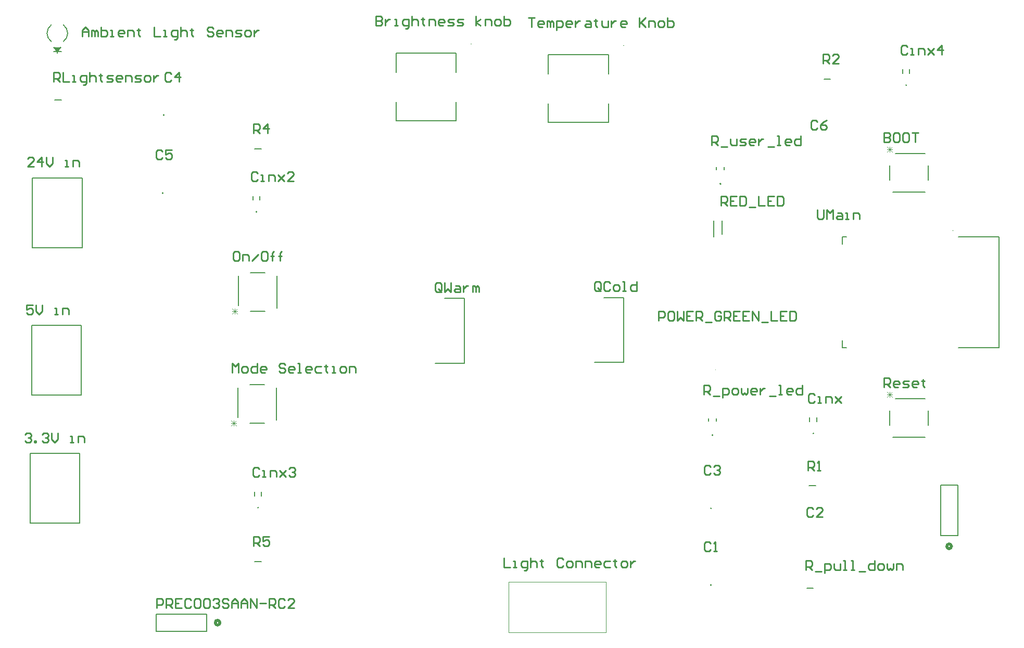
<source format=gto>
G04*
G04 #@! TF.GenerationSoftware,Altium Limited,Altium Designer,25.4.2 (15)*
G04*
G04 Layer_Color=65535*
%FSLAX44Y44*%
%MOMM*%
G71*
G04*
G04 #@! TF.SameCoordinates,4A3AD181-7CB4-4688-AC2E-BB694ACB6322*
G04*
G04*
G04 #@! TF.FilePolarity,Positive*
G04*
G01*
G75*
%ADD10C,0.1524*%
%ADD11C,0.1000*%
%ADD12C,0.5080*%
%ADD13C,0.2000*%
%ADD14C,0.0762*%
%ADD15C,0.2540*%
D10*
X482092Y1102614D02*
G03*
X482092Y1102614I-762J0D01*
G01*
X318541Y1222205D02*
G03*
X318507Y1249241I-9931J13506D01*
G01*
X298713D02*
G03*
X298679Y1222205I9897J-13531D01*
G01*
X1372362Y338201D02*
G03*
X1372362Y338201I-762J0D01*
G01*
X480822Y975741D02*
G03*
X480822Y975741I-762J0D01*
G01*
X633222Y945134D02*
G03*
X633222Y945134I-762J0D01*
G01*
X635762Y463931D02*
G03*
X635762Y463931I-762J0D01*
G01*
X1689862Y1151128D02*
G03*
X1689862Y1151128I-762J0D01*
G01*
X1538732Y584581D02*
G03*
X1538732Y584581I-762J0D01*
G01*
X1372362Y462788D02*
G03*
X1372362Y462788I-762J0D01*
G01*
X551434Y262890D02*
Y290830D01*
X469646Y262890D02*
X551434D01*
X469646D02*
Y290830D01*
X551434D01*
X1744980Y418846D02*
X1772920D01*
X1744980D02*
Y500634D01*
X1772920D01*
Y418846D02*
Y500634D01*
X1662188Y996987D02*
Y1020420D01*
X1671507Y1039982D02*
X1719554D01*
X1724672Y996987D02*
Y1020493D01*
X1667306Y977498D02*
X1719554D01*
X621690Y601738D02*
X645123D01*
X602128Y611057D02*
Y659104D01*
X621617Y664222D02*
X645123D01*
X664612Y606856D02*
Y659104D01*
X622960Y783348D02*
X646393D01*
X603398Y792667D02*
Y840714D01*
X622887Y845832D02*
X646393D01*
X665882Y788466D02*
Y840714D01*
X1662188Y598207D02*
Y621640D01*
X1671507Y641202D02*
X1719554D01*
X1724672Y598207D02*
Y621713D01*
X1667306Y578718D02*
X1719554D01*
X308610Y1203706D02*
Y1213079D01*
X302260Y1206246D02*
X314960D01*
X302916Y1213079D02*
X308610Y1206246D01*
X304055Y1213079D02*
X308610Y1206246D01*
X305194Y1213079D02*
X308610Y1206246D01*
X306333Y1213079D02*
X308610Y1206246D01*
X307471Y1213079D02*
X308610Y1206246D01*
X314304Y1213079D01*
X308610Y1206246D02*
X313165Y1213079D01*
X308610Y1206246D02*
X312026Y1213079D01*
X308610Y1206246D02*
X310887Y1213079D01*
X308610Y1206246D02*
X309749Y1213079D01*
X638175Y964304D02*
Y970922D01*
X626745Y964304D02*
Y970922D01*
X640715Y483101D02*
Y489719D01*
X629285Y483101D02*
Y489719D01*
X1694815Y1170298D02*
Y1176916D01*
X1683385Y1170298D02*
Y1176916D01*
X1543685Y603751D02*
Y610369D01*
X1532255Y603751D02*
Y610369D01*
D11*
X1765000Y914340D02*
G03*
X1765000Y915340I0J500D01*
G01*
D02*
G03*
X1765000Y914340I0J-500D01*
G01*
X1379220Y687930D02*
G03*
X1379220Y686930I0J-500D01*
G01*
D02*
G03*
X1379220Y687930I0J500D01*
G01*
X981390Y1218080D02*
G03*
X982390Y1218080I500J0D01*
G01*
D02*
G03*
X981390Y1218080I-500J0D01*
G01*
X1229040Y1215540D02*
G03*
X1230040Y1215540I500J0D01*
G01*
D02*
G03*
X1229040Y1215540I-500J0D01*
G01*
X1201070Y261260D02*
Y343260D01*
X1042670D02*
X1201070D01*
X1042670Y261260D02*
Y343260D01*
Y261260D02*
X1201070D01*
D12*
X573024Y276860D02*
G03*
X573024Y276860I-3810J0D01*
G01*
X1762760Y401066D02*
G03*
X1762760Y401066I-3810J0D01*
G01*
D13*
X1375140Y582060D02*
G03*
X1373140Y582060I-1000J0D01*
G01*
D02*
G03*
X1375140Y582060I1000J0D01*
G01*
X1387840Y990680D02*
G03*
X1385840Y990680I-1000J0D01*
G01*
D02*
G03*
X1387840Y990680I1000J0D01*
G01*
X1774400Y724340D02*
X1839900D01*
Y904340D01*
X1774400D02*
X1839900D01*
X1584900D02*
X1592400D01*
X1584900Y892340D02*
Y904340D01*
Y724340D02*
Y736340D01*
Y724340D02*
X1592400D01*
X1390030Y908480D02*
Y930480D01*
X1376030Y904230D02*
Y930480D01*
X1182660Y700410D02*
X1229560D01*
Y805810D01*
X1197610D02*
X1229560D01*
X923580Y699140D02*
X970480D01*
Y804540D01*
X938530D02*
X970480D01*
X957390Y1093080D02*
Y1124080D01*
X859390Y1093080D02*
X957390D01*
X859390D02*
Y1124080D01*
X957390Y1172080D02*
Y1203080D01*
X859390D02*
X957390D01*
X859390Y1172080D02*
Y1203080D01*
X1205040Y1090540D02*
Y1121540D01*
X1107040Y1090540D02*
X1205040D01*
X1107040D02*
Y1121540D01*
X1205040Y1169540D02*
Y1200540D01*
X1107040D02*
X1205040D01*
X1107040Y1169540D02*
Y1200540D01*
X1531450Y499770D02*
X1541950D01*
X1555580Y1161440D02*
X1566080D01*
X629750Y1047750D02*
X640250D01*
X629750Y376530D02*
X640250D01*
X1527640Y332740D02*
X1538140D01*
X304630Y1127100D02*
X315130D01*
X264300Y438500D02*
X345300D01*
Y552100D01*
X264300D02*
X345300D01*
X264300Y438500D02*
Y552100D01*
X266840Y646780D02*
X347840D01*
Y760380D01*
X266840D02*
X347840D01*
X266840Y646780D02*
Y760380D01*
X268110Y886810D02*
X349110D01*
Y1000410D01*
X268110D02*
X349110D01*
X268110Y886810D02*
Y1000410D01*
X1367890Y605060D02*
Y609060D01*
X1380390Y605060D02*
Y609060D01*
X1380590Y1013680D02*
Y1017680D01*
X1393090Y1013680D02*
Y1017680D01*
D14*
X1657755Y1050583D02*
X1666219Y1042119D01*
X1657755D02*
X1666219Y1050583D01*
X1657755Y1046351D02*
X1666219D01*
X1661987Y1042119D02*
Y1050583D01*
X591527Y597305D02*
X599991Y605769D01*
Y597305D02*
X591527Y605769D01*
X595759Y597305D02*
Y605769D01*
X599991Y601537D02*
X591527D01*
X592797Y778915D02*
X601261Y787379D01*
Y778915D02*
X592797Y787379D01*
X597029Y778915D02*
Y787379D01*
X601261Y783147D02*
X592797D01*
X1657755Y651803D02*
X1666219Y643339D01*
X1657755D02*
X1666219Y651803D01*
X1657755Y647571D02*
X1666219D01*
X1661987Y643339D02*
Y651803D01*
D15*
X1544331Y948688D02*
Y935992D01*
X1546870Y933453D01*
X1551949D01*
X1554488Y935992D01*
Y948688D01*
X1559566Y933453D02*
Y948688D01*
X1564644Y943609D01*
X1569723Y948688D01*
Y933453D01*
X1577340Y943609D02*
X1582419D01*
X1584958Y941070D01*
Y933453D01*
X1577340D01*
X1574801Y935992D01*
X1577340Y938531D01*
X1584958D01*
X1590036Y933453D02*
X1595115D01*
X1592576D01*
Y943609D01*
X1590036D01*
X1602732Y933453D02*
Y943609D01*
X1610350D01*
X1612889Y941070D01*
Y933453D01*
X1074420Y1261359D02*
X1084577D01*
X1079498D01*
Y1246124D01*
X1097273D02*
X1092194D01*
X1089655Y1248663D01*
Y1253742D01*
X1092194Y1256281D01*
X1097273D01*
X1099812Y1253742D01*
Y1251202D01*
X1089655D01*
X1104890Y1246124D02*
Y1256281D01*
X1107429D01*
X1109968Y1253742D01*
Y1246124D01*
Y1253742D01*
X1112508Y1256281D01*
X1115047Y1253742D01*
Y1246124D01*
X1120125Y1241046D02*
Y1256281D01*
X1127743D01*
X1130282Y1253742D01*
Y1248663D01*
X1127743Y1246124D01*
X1120125D01*
X1142978D02*
X1137899D01*
X1135360Y1248663D01*
Y1253742D01*
X1137899Y1256281D01*
X1142978D01*
X1145517Y1253742D01*
Y1251202D01*
X1135360D01*
X1150595Y1256281D02*
Y1246124D01*
Y1251202D01*
X1153135Y1253742D01*
X1155674Y1256281D01*
X1158213D01*
X1168370D02*
X1173448D01*
X1175987Y1253742D01*
Y1246124D01*
X1168370D01*
X1165830Y1248663D01*
X1168370Y1251202D01*
X1175987D01*
X1183605Y1258820D02*
Y1256281D01*
X1181066D01*
X1186144D01*
X1183605D01*
Y1248663D01*
X1186144Y1246124D01*
X1193761Y1256281D02*
Y1248663D01*
X1196301Y1246124D01*
X1203918D01*
Y1256281D01*
X1208997D02*
Y1246124D01*
Y1251202D01*
X1211536Y1253742D01*
X1214075Y1256281D01*
X1216614D01*
X1231849Y1246124D02*
X1226771D01*
X1224231Y1248663D01*
Y1253742D01*
X1226771Y1256281D01*
X1231849D01*
X1234388Y1253742D01*
Y1251202D01*
X1224231D01*
X1254702Y1261359D02*
Y1246124D01*
Y1251202D01*
X1264858Y1261359D01*
X1257241Y1253742D01*
X1264858Y1246124D01*
X1269937D02*
Y1256281D01*
X1277554D01*
X1280094Y1253742D01*
Y1246124D01*
X1287711D02*
X1292789D01*
X1295329Y1248663D01*
Y1253742D01*
X1292789Y1256281D01*
X1287711D01*
X1285172Y1253742D01*
Y1248663D01*
X1287711Y1246124D01*
X1300407Y1261359D02*
Y1246124D01*
X1308024D01*
X1310564Y1248663D01*
Y1251202D01*
Y1253742D01*
X1308024Y1256281D01*
X1300407D01*
X302768Y1157224D02*
Y1172459D01*
X310385D01*
X312925Y1169920D01*
Y1164842D01*
X310385Y1162302D01*
X302768D01*
X307846D02*
X312925Y1157224D01*
X318003Y1172459D02*
Y1157224D01*
X328160D01*
X333238D02*
X338316D01*
X335777D01*
Y1167381D01*
X333238D01*
X351012Y1152146D02*
X353552D01*
X356091Y1154685D01*
Y1167381D01*
X348473D01*
X345934Y1164842D01*
Y1159763D01*
X348473Y1157224D01*
X356091D01*
X361169Y1172459D02*
Y1157224D01*
Y1164842D01*
X363708Y1167381D01*
X368787D01*
X371326Y1164842D01*
Y1157224D01*
X378943Y1169920D02*
Y1167381D01*
X376404D01*
X381483D01*
X378943D01*
Y1159763D01*
X381483Y1157224D01*
X389100D02*
X396718D01*
X399257Y1159763D01*
X396718Y1162302D01*
X391639D01*
X389100Y1164842D01*
X391639Y1167381D01*
X399257D01*
X411953Y1157224D02*
X406874D01*
X404335Y1159763D01*
Y1164842D01*
X406874Y1167381D01*
X411953D01*
X414492Y1164842D01*
Y1162302D01*
X404335D01*
X419570Y1157224D02*
Y1167381D01*
X427188D01*
X429727Y1164842D01*
Y1157224D01*
X434805D02*
X442423D01*
X444962Y1159763D01*
X442423Y1162302D01*
X437345D01*
X434805Y1164842D01*
X437345Y1167381D01*
X444962D01*
X452579Y1157224D02*
X457658D01*
X460197Y1159763D01*
Y1164842D01*
X457658Y1167381D01*
X452579D01*
X450040Y1164842D01*
Y1159763D01*
X452579Y1157224D01*
X465275Y1167381D02*
Y1157224D01*
Y1162302D01*
X467815Y1164842D01*
X470354Y1167381D01*
X472893D01*
X1652778Y660146D02*
Y675381D01*
X1660396D01*
X1662935Y672842D01*
Y667764D01*
X1660396Y665224D01*
X1652778D01*
X1657856D02*
X1662935Y660146D01*
X1675631D02*
X1670552D01*
X1668013Y662685D01*
Y667764D01*
X1670552Y670303D01*
X1675631D01*
X1678170Y667764D01*
Y665224D01*
X1668013D01*
X1683248Y660146D02*
X1690866D01*
X1693405Y662685D01*
X1690866Y665224D01*
X1685787D01*
X1683248Y667764D01*
X1685787Y670303D01*
X1693405D01*
X1706101Y660146D02*
X1701022D01*
X1698483Y662685D01*
Y667764D01*
X1701022Y670303D01*
X1706101D01*
X1708640Y667764D01*
Y665224D01*
X1698483D01*
X1716257Y672842D02*
Y670303D01*
X1713718D01*
X1718797D01*
X1716257D01*
Y662685D01*
X1718797Y660146D01*
X1388126Y955042D02*
Y970277D01*
X1395744D01*
X1398283Y967738D01*
Y962660D01*
X1395744Y960120D01*
X1388126D01*
X1393205D02*
X1398283Y955042D01*
X1413518Y970277D02*
X1403362D01*
Y955042D01*
X1413518D01*
X1403362Y962660D02*
X1408440D01*
X1418597Y970277D02*
Y955042D01*
X1426214D01*
X1428753Y957581D01*
Y967738D01*
X1426214Y970277D01*
X1418597D01*
X1433832Y952503D02*
X1443988D01*
X1449067Y970277D02*
Y955042D01*
X1459223D01*
X1474458Y970277D02*
X1464302D01*
Y955042D01*
X1474458D01*
X1464302Y962660D02*
X1469380D01*
X1479537Y970277D02*
Y955042D01*
X1487154D01*
X1489694Y957581D01*
Y967738D01*
X1487154Y970277D01*
X1479537D01*
X1372616Y1053846D02*
Y1069081D01*
X1380233D01*
X1382773Y1066542D01*
Y1061463D01*
X1380233Y1058924D01*
X1372616D01*
X1377694D02*
X1382773Y1053846D01*
X1387851Y1051307D02*
X1398008D01*
X1403086Y1064003D02*
Y1056385D01*
X1405625Y1053846D01*
X1413243D01*
Y1064003D01*
X1418321Y1053846D02*
X1425939D01*
X1428478Y1056385D01*
X1425939Y1058924D01*
X1420860D01*
X1418321Y1061463D01*
X1420860Y1064003D01*
X1428478D01*
X1441174Y1053846D02*
X1436095D01*
X1433556Y1056385D01*
Y1061463D01*
X1436095Y1064003D01*
X1441174D01*
X1443713Y1061463D01*
Y1058924D01*
X1433556D01*
X1448791Y1064003D02*
Y1053846D01*
Y1058924D01*
X1451331Y1061463D01*
X1453870Y1064003D01*
X1456409D01*
X1464026Y1051307D02*
X1474183D01*
X1479261Y1053846D02*
X1484340D01*
X1481801D01*
Y1069081D01*
X1479261D01*
X1499575Y1053846D02*
X1494497D01*
X1491957Y1056385D01*
Y1061463D01*
X1494497Y1064003D01*
X1499575D01*
X1502114Y1061463D01*
Y1058924D01*
X1491957D01*
X1517349Y1069081D02*
Y1053846D01*
X1509732D01*
X1507193Y1056385D01*
Y1061463D01*
X1509732Y1064003D01*
X1517349D01*
X1525778Y362966D02*
Y378201D01*
X1533396D01*
X1535935Y375662D01*
Y370583D01*
X1533396Y368044D01*
X1525778D01*
X1530856D02*
X1535935Y362966D01*
X1541013Y360427D02*
X1551170D01*
X1556248Y357888D02*
Y373123D01*
X1563866D01*
X1566405Y370583D01*
Y365505D01*
X1563866Y362966D01*
X1556248D01*
X1571483Y373123D02*
Y365505D01*
X1574022Y362966D01*
X1581640D01*
Y373123D01*
X1586718Y362966D02*
X1591797D01*
X1589258D01*
Y378201D01*
X1586718D01*
X1599414Y362966D02*
X1604492D01*
X1601953D01*
Y378201D01*
X1599414D01*
X1612110Y360427D02*
X1622267D01*
X1637502Y378201D02*
Y362966D01*
X1629884D01*
X1627345Y365505D01*
Y370583D01*
X1629884Y373123D01*
X1637502D01*
X1645119Y362966D02*
X1650198D01*
X1652737Y365505D01*
Y370583D01*
X1650198Y373123D01*
X1645119D01*
X1642580Y370583D01*
Y365505D01*
X1645119Y362966D01*
X1657815Y373123D02*
Y365505D01*
X1660354Y362966D01*
X1662894Y365505D01*
X1665433Y362966D01*
X1667972Y365505D01*
Y373123D01*
X1673050Y362966D02*
Y373123D01*
X1680668D01*
X1683207Y370583D01*
Y362966D01*
X1359916Y647700D02*
Y662935D01*
X1367534D01*
X1370073Y660396D01*
Y655318D01*
X1367534Y652778D01*
X1359916D01*
X1364994D02*
X1370073Y647700D01*
X1375151Y645161D02*
X1385308D01*
X1390386Y642622D02*
Y657857D01*
X1398004D01*
X1400543Y655318D01*
Y650239D01*
X1398004Y647700D01*
X1390386D01*
X1408160D02*
X1413239D01*
X1415778Y650239D01*
Y655318D01*
X1413239Y657857D01*
X1408160D01*
X1405621Y655318D01*
Y650239D01*
X1408160Y647700D01*
X1420856Y657857D02*
Y650239D01*
X1423396Y647700D01*
X1425935Y650239D01*
X1428474Y647700D01*
X1431013Y650239D01*
Y657857D01*
X1443709Y647700D02*
X1438631D01*
X1436091Y650239D01*
Y655318D01*
X1438631Y657857D01*
X1443709D01*
X1446248Y655318D01*
Y652778D01*
X1436091D01*
X1451326Y657857D02*
Y647700D01*
Y652778D01*
X1453866Y655318D01*
X1456405Y657857D01*
X1458944D01*
X1466561Y645161D02*
X1476718D01*
X1481797Y647700D02*
X1486875D01*
X1484336D01*
Y662935D01*
X1481797D01*
X1502110Y647700D02*
X1497032D01*
X1494492Y650239D01*
Y655318D01*
X1497032Y657857D01*
X1502110D01*
X1504649Y655318D01*
Y652778D01*
X1494492D01*
X1519884Y662935D02*
Y647700D01*
X1512267D01*
X1509727Y650239D01*
Y655318D01*
X1512267Y657857D01*
X1519884D01*
X627888Y401574D02*
Y416809D01*
X635505D01*
X638045Y414270D01*
Y409192D01*
X635505Y406652D01*
X627888D01*
X632966D02*
X638045Y401574D01*
X653280Y416809D02*
X643123D01*
Y409192D01*
X648201Y411731D01*
X650741D01*
X653280Y409192D01*
Y404113D01*
X650741Y401574D01*
X645662D01*
X643123Y404113D01*
X627888Y1072896D02*
Y1088131D01*
X635505D01*
X638045Y1085592D01*
Y1080514D01*
X635505Y1077974D01*
X627888D01*
X632966D02*
X638045Y1072896D01*
X650741D02*
Y1088131D01*
X643123Y1080514D01*
X653280D01*
X1553718Y1186434D02*
Y1201669D01*
X1561335D01*
X1563875Y1199130D01*
Y1194052D01*
X1561335Y1191512D01*
X1553718D01*
X1558796D02*
X1563875Y1186434D01*
X1579110D02*
X1568953D01*
X1579110Y1196591D01*
Y1199130D01*
X1576571Y1201669D01*
X1571492D01*
X1568953Y1199130D01*
X1529588Y524764D02*
Y539999D01*
X1537206D01*
X1539745Y537460D01*
Y532382D01*
X1537206Y529842D01*
X1529588D01*
X1534666D02*
X1539745Y524764D01*
X1544823D02*
X1549901D01*
X1547362D01*
Y539999D01*
X1544823Y537460D01*
X933447Y817371D02*
Y827528D01*
X930908Y830067D01*
X925829D01*
X923290Y827528D01*
Y817371D01*
X925829Y814832D01*
X930908D01*
X928368Y819910D02*
X933447Y814832D01*
X930908D02*
X933447Y817371D01*
X938525Y830067D02*
Y814832D01*
X943603Y819910D01*
X948682Y814832D01*
Y830067D01*
X956299Y824989D02*
X961378D01*
X963917Y822449D01*
Y814832D01*
X956299D01*
X953760Y817371D01*
X956299Y819910D01*
X963917D01*
X968995Y824989D02*
Y814832D01*
Y819910D01*
X971534Y822449D01*
X974074Y824989D01*
X976613D01*
X984230Y814832D02*
Y824989D01*
X986769D01*
X989309Y822449D01*
Y814832D01*
Y822449D01*
X991848Y824989D01*
X994387Y822449D01*
Y814832D01*
X1192527Y818641D02*
Y828798D01*
X1189987Y831337D01*
X1184909D01*
X1182370Y828798D01*
Y818641D01*
X1184909Y816102D01*
X1189987D01*
X1187448Y821180D02*
X1192527Y816102D01*
X1189987D02*
X1192527Y818641D01*
X1207762Y828798D02*
X1205223Y831337D01*
X1200144D01*
X1197605Y828798D01*
Y818641D01*
X1200144Y816102D01*
X1205223D01*
X1207762Y818641D01*
X1215379Y816102D02*
X1220458D01*
X1222997Y818641D01*
Y823719D01*
X1220458Y826259D01*
X1215379D01*
X1212840Y823719D01*
Y818641D01*
X1215379Y816102D01*
X1228075D02*
X1233154D01*
X1230614D01*
Y831337D01*
X1228075D01*
X1250928D02*
Y816102D01*
X1243310D01*
X1240771Y818641D01*
Y823719D01*
X1243310Y826259D01*
X1250928D01*
X470154Y300482D02*
Y315717D01*
X477771D01*
X480311Y313178D01*
Y308099D01*
X477771Y305560D01*
X470154D01*
X485389Y300482D02*
Y315717D01*
X493007D01*
X495546Y313178D01*
Y308099D01*
X493007Y305560D01*
X485389D01*
X490467D02*
X495546Y300482D01*
X510781Y315717D02*
X500624D01*
Y300482D01*
X510781D01*
X500624Y308099D02*
X505703D01*
X526016Y313178D02*
X523477Y315717D01*
X518398D01*
X515859Y313178D01*
Y303021D01*
X518398Y300482D01*
X523477D01*
X526016Y303021D01*
X531094Y313178D02*
X533633Y315717D01*
X538712D01*
X541251Y313178D01*
Y303021D01*
X538712Y300482D01*
X533633D01*
X531094Y303021D01*
Y313178D01*
X546329D02*
X548868Y315717D01*
X553947D01*
X556486Y313178D01*
Y303021D01*
X553947Y300482D01*
X548868D01*
X546329Y303021D01*
Y313178D01*
X561564D02*
X564104Y315717D01*
X569182D01*
X571721Y313178D01*
Y310639D01*
X569182Y308099D01*
X566643D01*
X569182D01*
X571721Y305560D01*
Y303021D01*
X569182Y300482D01*
X564104D01*
X561564Y303021D01*
X586956Y313178D02*
X584417Y315717D01*
X579339D01*
X576800Y313178D01*
Y310639D01*
X579339Y308099D01*
X584417D01*
X586956Y305560D01*
Y303021D01*
X584417Y300482D01*
X579339D01*
X576800Y303021D01*
X592035Y300482D02*
Y310639D01*
X597113Y315717D01*
X602191Y310639D01*
Y300482D01*
Y308099D01*
X592035D01*
X607270Y300482D02*
Y310639D01*
X612348Y315717D01*
X617426Y310639D01*
Y300482D01*
Y308099D01*
X607270D01*
X622505Y300482D02*
Y315717D01*
X632661Y300482D01*
Y315717D01*
X637740Y308099D02*
X647896D01*
X652975Y300482D02*
Y315717D01*
X660592D01*
X663132Y313178D01*
Y308099D01*
X660592Y305560D01*
X652975D01*
X658053D02*
X663132Y300482D01*
X678367Y313178D02*
X675827Y315717D01*
X670749D01*
X668210Y313178D01*
Y303021D01*
X670749Y300482D01*
X675827D01*
X678367Y303021D01*
X693602Y300482D02*
X683445D01*
X693602Y310639D01*
Y313178D01*
X691062Y315717D01*
X685984D01*
X683445Y313178D01*
X1286546Y768352D02*
Y783587D01*
X1294164D01*
X1296703Y781048D01*
Y775970D01*
X1294164Y773430D01*
X1286546D01*
X1309399Y783587D02*
X1304320D01*
X1301781Y781048D01*
Y770891D01*
X1304320Y768352D01*
X1309399D01*
X1311938Y770891D01*
Y781048D01*
X1309399Y783587D01*
X1317016D02*
Y768352D01*
X1322095Y773430D01*
X1327173Y768352D01*
Y783587D01*
X1342408D02*
X1332251D01*
Y768352D01*
X1342408D01*
X1332251Y775970D02*
X1337330D01*
X1347486Y768352D02*
Y783587D01*
X1355104D01*
X1357643Y781048D01*
Y775970D01*
X1355104Y773430D01*
X1347486D01*
X1352565D02*
X1357643Y768352D01*
X1362722Y765813D02*
X1372878D01*
X1388113Y781048D02*
X1385574Y783587D01*
X1380496D01*
X1377957Y781048D01*
Y770891D01*
X1380496Y768352D01*
X1385574D01*
X1388113Y770891D01*
Y775970D01*
X1383035D01*
X1393192Y768352D02*
Y783587D01*
X1400809D01*
X1403348Y781048D01*
Y775970D01*
X1400809Y773430D01*
X1393192D01*
X1398270D02*
X1403348Y768352D01*
X1418583Y783587D02*
X1408427D01*
Y768352D01*
X1418583D01*
X1408427Y775970D02*
X1413505D01*
X1433819Y783587D02*
X1423662D01*
Y768352D01*
X1433819D01*
X1423662Y775970D02*
X1428740D01*
X1438897Y768352D02*
Y783587D01*
X1449054Y768352D01*
Y783587D01*
X1454132Y765813D02*
X1464289D01*
X1469367Y783587D02*
Y768352D01*
X1479524D01*
X1494759Y783587D02*
X1484602D01*
Y768352D01*
X1494759D01*
X1484602Y775970D02*
X1489680D01*
X1499837Y783587D02*
Y768352D01*
X1507455D01*
X1509994Y770891D01*
Y781048D01*
X1507455Y783587D01*
X1499837D01*
X602231Y880867D02*
X597153D01*
X594614Y878328D01*
Y868171D01*
X597153Y865632D01*
X602231D01*
X604771Y868171D01*
Y878328D01*
X602231Y880867D01*
X609849Y865632D02*
Y875789D01*
X617467D01*
X620006Y873250D01*
Y865632D01*
X625084D02*
X635241Y875789D01*
X647937Y880867D02*
X642858D01*
X640319Y878328D01*
Y868171D01*
X642858Y865632D01*
X647937D01*
X650476Y868171D01*
Y878328D01*
X647937Y880867D01*
X658093Y865632D02*
Y878328D01*
Y873250D01*
X655554D01*
X660633D01*
X658093D01*
Y878328D01*
X660633Y880867D01*
X670789Y865632D02*
Y878328D01*
Y873250D01*
X668250D01*
X673328D01*
X670789D01*
Y878328D01*
X673328Y880867D01*
X593344Y683768D02*
Y699003D01*
X598422Y693925D01*
X603501Y699003D01*
Y683768D01*
X611118D02*
X616197D01*
X618736Y686307D01*
Y691385D01*
X616197Y693925D01*
X611118D01*
X608579Y691385D01*
Y686307D01*
X611118Y683768D01*
X633971Y699003D02*
Y683768D01*
X626353D01*
X623814Y686307D01*
Y691385D01*
X626353Y693925D01*
X633971D01*
X646667Y683768D02*
X641588D01*
X639049Y686307D01*
Y691385D01*
X641588Y693925D01*
X646667D01*
X649206Y691385D01*
Y688846D01*
X639049D01*
X679676Y696464D02*
X677137Y699003D01*
X672058D01*
X669519Y696464D01*
Y693925D01*
X672058Y691385D01*
X677137D01*
X679676Y688846D01*
Y686307D01*
X677137Y683768D01*
X672058D01*
X669519Y686307D01*
X692372Y683768D02*
X687294D01*
X684754Y686307D01*
Y691385D01*
X687294Y693925D01*
X692372D01*
X694911Y691385D01*
Y688846D01*
X684754D01*
X699989Y683768D02*
X705068D01*
X702529D01*
Y699003D01*
X699989D01*
X720303Y683768D02*
X715225D01*
X712685Y686307D01*
Y691385D01*
X715225Y693925D01*
X720303D01*
X722842Y691385D01*
Y688846D01*
X712685D01*
X738077Y693925D02*
X730460D01*
X727921Y691385D01*
Y686307D01*
X730460Y683768D01*
X738077D01*
X745695Y696464D02*
Y693925D01*
X743156D01*
X748234D01*
X745695D01*
Y686307D01*
X748234Y683768D01*
X755851D02*
X760930D01*
X758391D01*
Y693925D01*
X755851D01*
X771087Y683768D02*
X776165D01*
X778704Y686307D01*
Y691385D01*
X776165Y693925D01*
X771087D01*
X768547Y691385D01*
Y686307D01*
X771087Y683768D01*
X783782D02*
Y693925D01*
X791400D01*
X793939Y691385D01*
Y683768D01*
X1034796Y381757D02*
Y366522D01*
X1044953D01*
X1050031D02*
X1055109D01*
X1052570D01*
Y376679D01*
X1050031D01*
X1067805Y361444D02*
X1070344D01*
X1072884Y363983D01*
Y376679D01*
X1065266D01*
X1062727Y374140D01*
Y369061D01*
X1065266Y366522D01*
X1072884D01*
X1077962Y381757D02*
Y366522D01*
Y374140D01*
X1080501Y376679D01*
X1085580D01*
X1088119Y374140D01*
Y366522D01*
X1095736Y379218D02*
Y376679D01*
X1093197D01*
X1098276D01*
X1095736D01*
Y369061D01*
X1098276Y366522D01*
X1131285Y379218D02*
X1128746Y381757D01*
X1123667D01*
X1121128Y379218D01*
Y369061D01*
X1123667Y366522D01*
X1128746D01*
X1131285Y369061D01*
X1138902Y366522D02*
X1143981D01*
X1146520Y369061D01*
Y374140D01*
X1143981Y376679D01*
X1138902D01*
X1136363Y374140D01*
Y369061D01*
X1138902Y366522D01*
X1151598D02*
Y376679D01*
X1159216D01*
X1161755Y374140D01*
Y366522D01*
X1166833D02*
Y376679D01*
X1174451D01*
X1176990Y374140D01*
Y366522D01*
X1189686D02*
X1184607D01*
X1182068Y369061D01*
Y374140D01*
X1184607Y376679D01*
X1189686D01*
X1192225Y374140D01*
Y371600D01*
X1182068D01*
X1207460Y376679D02*
X1199843D01*
X1197303Y374140D01*
Y369061D01*
X1199843Y366522D01*
X1207460D01*
X1215078Y379218D02*
Y376679D01*
X1212539D01*
X1217617D01*
X1215078D01*
Y369061D01*
X1217617Y366522D01*
X1227774D02*
X1232852D01*
X1235391Y369061D01*
Y374140D01*
X1232852Y376679D01*
X1227774D01*
X1225234Y374140D01*
Y369061D01*
X1227774Y366522D01*
X1240470Y376679D02*
Y366522D01*
Y371600D01*
X1243009Y374140D01*
X1245548Y376679D01*
X1248087D01*
X1540253Y647188D02*
X1537713Y649727D01*
X1532635D01*
X1530096Y647188D01*
Y637031D01*
X1532635Y634492D01*
X1537713D01*
X1540253Y637031D01*
X1545331Y634492D02*
X1550409D01*
X1547870D01*
Y644649D01*
X1545331D01*
X1558027Y634492D02*
Y644649D01*
X1565645D01*
X1568184Y642110D01*
Y634492D01*
X1573262Y644649D02*
X1583419Y634492D01*
X1578340Y639570D01*
X1583419Y644649D01*
X1573262Y634492D01*
X1691129Y1213862D02*
X1688589Y1216401D01*
X1683511D01*
X1680972Y1213862D01*
Y1203705D01*
X1683511Y1201166D01*
X1688589D01*
X1691129Y1203705D01*
X1696207Y1201166D02*
X1701285D01*
X1698746D01*
Y1211323D01*
X1696207D01*
X1708903Y1201166D02*
Y1211323D01*
X1716521D01*
X1719060Y1208783D01*
Y1201166D01*
X1724138Y1211323D02*
X1734295Y1201166D01*
X1729216Y1206244D01*
X1734295Y1211323D01*
X1724138Y1201166D01*
X1746991D02*
Y1216401D01*
X1739373Y1208783D01*
X1749530D01*
X637029Y526792D02*
X634490Y529331D01*
X629411D01*
X626872Y526792D01*
Y516635D01*
X629411Y514096D01*
X634490D01*
X637029Y516635D01*
X642107Y514096D02*
X647185D01*
X644646D01*
Y524253D01*
X642107D01*
X654803Y514096D02*
Y524253D01*
X662421D01*
X664960Y521713D01*
Y514096D01*
X670038Y524253D02*
X680195Y514096D01*
X675116Y519174D01*
X680195Y524253D01*
X670038Y514096D01*
X685273Y526792D02*
X687812Y529331D01*
X692891D01*
X695430Y526792D01*
Y524253D01*
X692891Y521713D01*
X690351D01*
X692891D01*
X695430Y519174D01*
Y516635D01*
X692891Y514096D01*
X687812D01*
X685273Y516635D01*
X634489Y1007868D02*
X631950Y1010407D01*
X626871D01*
X624332Y1007868D01*
Y997711D01*
X626871Y995172D01*
X631950D01*
X634489Y997711D01*
X639567Y995172D02*
X644645D01*
X642106D01*
Y1005329D01*
X639567D01*
X652263Y995172D02*
Y1005329D01*
X659881D01*
X662420Y1002790D01*
Y995172D01*
X667498Y1005329D02*
X677655Y995172D01*
X672576Y1000250D01*
X677655Y1005329D01*
X667498Y995172D01*
X692890D02*
X682733D01*
X692890Y1005329D01*
Y1007868D01*
X690351Y1010407D01*
X685272D01*
X682733Y1007868D01*
X1544825Y1091942D02*
X1542285Y1094481D01*
X1537207D01*
X1534668Y1091942D01*
Y1081785D01*
X1537207Y1079246D01*
X1542285D01*
X1544825Y1081785D01*
X1560060Y1094481D02*
X1554981Y1091942D01*
X1549903Y1086863D01*
Y1081785D01*
X1552442Y1079246D01*
X1557521D01*
X1560060Y1081785D01*
Y1084324D01*
X1557521Y1086863D01*
X1549903D01*
X479549Y1043428D02*
X477010Y1045967D01*
X471931D01*
X469392Y1043428D01*
Y1033271D01*
X471931Y1030732D01*
X477010D01*
X479549Y1033271D01*
X494784Y1045967D02*
X484627D01*
Y1038350D01*
X489705Y1040889D01*
X492245D01*
X494784Y1038350D01*
Y1033271D01*
X492245Y1030732D01*
X487166D01*
X484627Y1033271D01*
X494031Y1169668D02*
X491492Y1172207D01*
X486413D01*
X483874Y1169668D01*
Y1159512D01*
X486413Y1156973D01*
X491492D01*
X494031Y1159512D01*
X506727Y1156973D02*
Y1172207D01*
X499109Y1164590D01*
X509266D01*
X1371089Y530602D02*
X1368549Y533141D01*
X1363471D01*
X1360932Y530602D01*
Y520445D01*
X1363471Y517906D01*
X1368549D01*
X1371089Y520445D01*
X1376167Y530602D02*
X1378706Y533141D01*
X1383785D01*
X1386324Y530602D01*
Y528063D01*
X1383785Y525523D01*
X1381245D01*
X1383785D01*
X1386324Y522984D01*
Y520445D01*
X1383785Y517906D01*
X1378706D01*
X1376167Y520445D01*
X1537967Y461768D02*
X1535428Y464307D01*
X1530349D01*
X1527810Y461768D01*
Y451611D01*
X1530349Y449072D01*
X1535428D01*
X1537967Y451611D01*
X1553202Y449072D02*
X1543045D01*
X1553202Y459229D01*
Y461768D01*
X1550663Y464307D01*
X1545584D01*
X1543045Y461768D01*
X1371089Y405888D02*
X1368549Y408427D01*
X1363471D01*
X1360932Y405888D01*
Y395731D01*
X1363471Y393192D01*
X1368549D01*
X1371089Y395731D01*
X1376167Y393192D02*
X1381245D01*
X1378706D01*
Y408427D01*
X1376167Y405888D01*
X826770Y1263899D02*
Y1248664D01*
X834388D01*
X836927Y1251203D01*
Y1253742D01*
X834388Y1256282D01*
X826770D01*
X834388D01*
X836927Y1258821D01*
Y1261360D01*
X834388Y1263899D01*
X826770D01*
X842005Y1258821D02*
Y1248664D01*
Y1253742D01*
X844544Y1256282D01*
X847083Y1258821D01*
X849623D01*
X857240Y1248664D02*
X862318D01*
X859779D01*
Y1258821D01*
X857240D01*
X875014Y1243586D02*
X877554D01*
X880093Y1246125D01*
Y1258821D01*
X872475D01*
X869936Y1256282D01*
Y1251203D01*
X872475Y1248664D01*
X880093D01*
X885171Y1263899D02*
Y1248664D01*
Y1256282D01*
X887710Y1258821D01*
X892789D01*
X895328Y1256282D01*
Y1248664D01*
X902945Y1261360D02*
Y1258821D01*
X900406D01*
X905484D01*
X902945D01*
Y1251203D01*
X905484Y1248664D01*
X913102D02*
Y1258821D01*
X920720D01*
X923259Y1256282D01*
Y1248664D01*
X935955D02*
X930876D01*
X928337Y1251203D01*
Y1256282D01*
X930876Y1258821D01*
X935955D01*
X938494Y1256282D01*
Y1253742D01*
X928337D01*
X943572Y1248664D02*
X951190D01*
X953729Y1251203D01*
X951190Y1253742D01*
X946111D01*
X943572Y1256282D01*
X946111Y1258821D01*
X953729D01*
X958807Y1248664D02*
X966425D01*
X968964Y1251203D01*
X966425Y1253742D01*
X961347D01*
X958807Y1256282D01*
X961347Y1258821D01*
X968964D01*
X989277Y1248664D02*
Y1263899D01*
Y1253742D02*
X996895Y1258821D01*
X989277Y1253742D02*
X996895Y1248664D01*
X1004512D02*
Y1258821D01*
X1012130D01*
X1014669Y1256282D01*
Y1248664D01*
X1022287D02*
X1027365D01*
X1029904Y1251203D01*
Y1256282D01*
X1027365Y1258821D01*
X1022287D01*
X1019748Y1256282D01*
Y1251203D01*
X1022287Y1248664D01*
X1034983Y1263899D02*
Y1248664D01*
X1042600D01*
X1045139Y1251203D01*
Y1253742D01*
Y1256282D01*
X1042600Y1258821D01*
X1034983D01*
X1652778Y1074161D02*
Y1058926D01*
X1660396D01*
X1662935Y1061465D01*
Y1064004D01*
X1660396Y1066544D01*
X1652778D01*
X1660396D01*
X1662935Y1069083D01*
Y1071622D01*
X1660396Y1074161D01*
X1652778D01*
X1675631D02*
X1670552D01*
X1668013Y1071622D01*
Y1061465D01*
X1670552Y1058926D01*
X1675631D01*
X1678170Y1061465D01*
Y1071622D01*
X1675631Y1074161D01*
X1690866D02*
X1685787D01*
X1683248Y1071622D01*
Y1061465D01*
X1685787Y1058926D01*
X1690866D01*
X1693405Y1061465D01*
Y1071622D01*
X1690866Y1074161D01*
X1698483D02*
X1708640D01*
X1703562D01*
Y1058926D01*
X349296Y1230632D02*
Y1240788D01*
X354375Y1245867D01*
X359453Y1240788D01*
Y1230632D01*
Y1238249D01*
X349296D01*
X364532Y1230632D02*
Y1240788D01*
X367071D01*
X369610Y1238249D01*
Y1230632D01*
Y1238249D01*
X372149Y1240788D01*
X374688Y1238249D01*
Y1230632D01*
X379767Y1245867D02*
Y1230632D01*
X387384D01*
X389923Y1233171D01*
Y1235710D01*
Y1238249D01*
X387384Y1240788D01*
X379767D01*
X395002Y1230632D02*
X400080D01*
X397541D01*
Y1240788D01*
X395002D01*
X415315Y1230632D02*
X410237D01*
X407697Y1233171D01*
Y1238249D01*
X410237Y1240788D01*
X415315D01*
X417854Y1238249D01*
Y1235710D01*
X407697D01*
X422933Y1230632D02*
Y1240788D01*
X430550D01*
X433089Y1238249D01*
Y1230632D01*
X440707Y1243327D02*
Y1240788D01*
X438168D01*
X443246D01*
X440707D01*
Y1233171D01*
X443246Y1230632D01*
X466099Y1245867D02*
Y1230632D01*
X476255D01*
X481334D02*
X486412D01*
X483873D01*
Y1240788D01*
X481334D01*
X499108Y1225553D02*
X501647D01*
X504186Y1228092D01*
Y1240788D01*
X496569D01*
X494030Y1238249D01*
Y1233171D01*
X496569Y1230632D01*
X504186D01*
X509265Y1245867D02*
Y1230632D01*
Y1238249D01*
X511804Y1240788D01*
X516882D01*
X519421Y1238249D01*
Y1230632D01*
X527039Y1243327D02*
Y1240788D01*
X524500D01*
X529578D01*
X527039D01*
Y1233171D01*
X529578Y1230632D01*
X562587Y1243327D02*
X560048Y1245867D01*
X554970D01*
X552431Y1243327D01*
Y1240788D01*
X554970Y1238249D01*
X560048D01*
X562587Y1235710D01*
Y1233171D01*
X560048Y1230632D01*
X554970D01*
X552431Y1233171D01*
X575283Y1230632D02*
X570205D01*
X567666Y1233171D01*
Y1238249D01*
X570205Y1240788D01*
X575283D01*
X577822Y1238249D01*
Y1235710D01*
X567666D01*
X582901Y1230632D02*
Y1240788D01*
X590518D01*
X593058Y1238249D01*
Y1230632D01*
X598136D02*
X605753D01*
X608293Y1233171D01*
X605753Y1235710D01*
X600675D01*
X598136Y1238249D01*
X600675Y1240788D01*
X608293D01*
X615910Y1230632D02*
X620989D01*
X623528Y1233171D01*
Y1238249D01*
X620989Y1240788D01*
X615910D01*
X613371Y1238249D01*
Y1233171D01*
X615910Y1230632D01*
X628606Y1240788D02*
Y1230632D01*
Y1235710D01*
X631145Y1238249D01*
X633684Y1240788D01*
X636224D01*
X270253Y1018540D02*
X260096D01*
X270253Y1028697D01*
Y1031236D01*
X267714Y1033775D01*
X262635D01*
X260096Y1031236D01*
X282949Y1018540D02*
Y1033775D01*
X275331Y1026158D01*
X285488D01*
X290566Y1033775D02*
Y1023618D01*
X295644Y1018540D01*
X300723Y1023618D01*
Y1033775D01*
X321036Y1018540D02*
X326115D01*
X323576D01*
Y1028697D01*
X321036D01*
X333732Y1018540D02*
Y1028697D01*
X341350D01*
X343889Y1026158D01*
Y1018540D01*
X268983Y793745D02*
X258826D01*
Y786127D01*
X263904Y788667D01*
X266444D01*
X268983Y786127D01*
Y781049D01*
X266444Y778510D01*
X261365D01*
X258826Y781049D01*
X274061Y793745D02*
Y783588D01*
X279139Y778510D01*
X284218Y783588D01*
Y793745D01*
X304531Y778510D02*
X309610D01*
X307070D01*
Y788667D01*
X304531D01*
X317227Y778510D02*
Y788667D01*
X324845D01*
X327384Y786127D01*
Y778510D01*
X256286Y582926D02*
X258825Y585465D01*
X263904D01*
X266443Y582926D01*
Y580387D01*
X263904Y577848D01*
X261364D01*
X263904D01*
X266443Y575308D01*
Y572769D01*
X263904Y570230D01*
X258825D01*
X256286Y572769D01*
X271521Y570230D02*
Y572769D01*
X274060D01*
Y570230D01*
X271521D01*
X284217Y582926D02*
X286756Y585465D01*
X291835D01*
X294374Y582926D01*
Y580387D01*
X291835Y577848D01*
X289295D01*
X291835D01*
X294374Y575308D01*
Y572769D01*
X291835Y570230D01*
X286756D01*
X284217Y572769D01*
X299452Y585465D02*
Y575308D01*
X304530Y570230D01*
X309609Y575308D01*
Y585465D01*
X329922Y570230D02*
X335000D01*
X332461D01*
Y580387D01*
X329922D01*
X342618Y570230D02*
Y580387D01*
X350236D01*
X352775Y577848D01*
Y570230D01*
M02*

</source>
